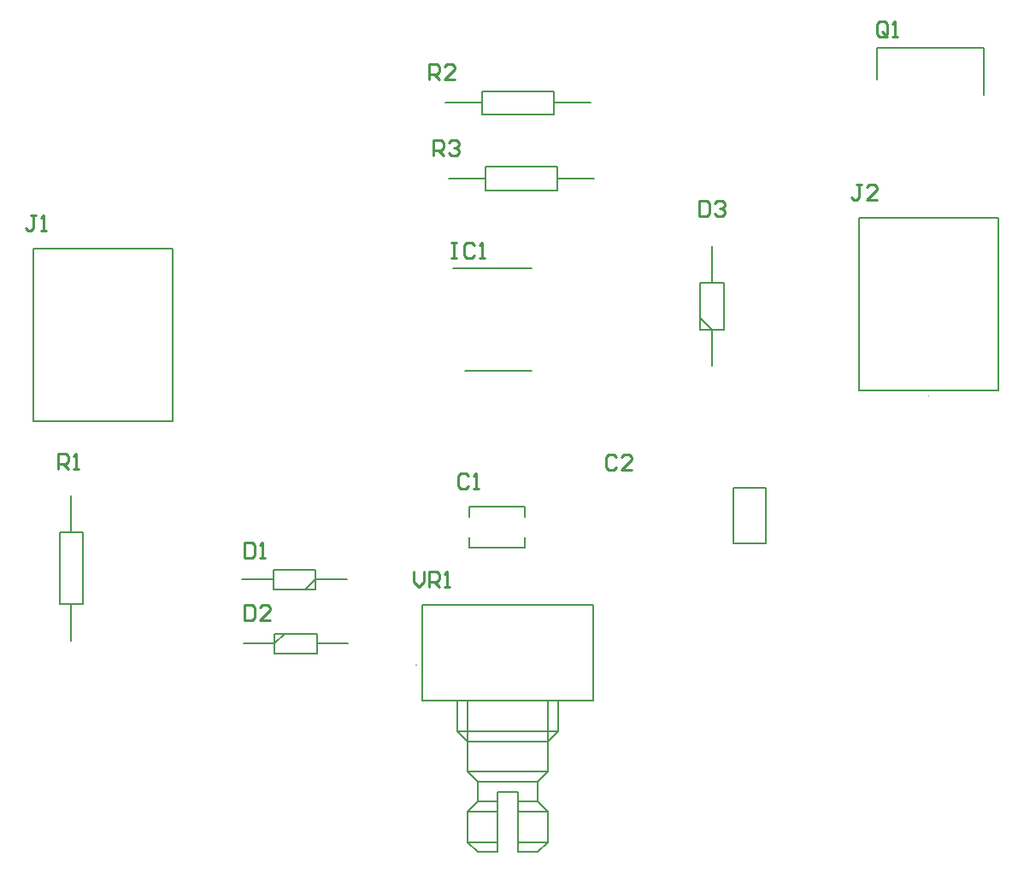
<source format=gto>
G04*
G04 #@! TF.GenerationSoftware,Altium Limited,Altium Designer,23.1.1 (15)*
G04*
G04 Layer_Color=65535*
%FSLAX44Y44*%
%MOMM*%
G71*
G04*
G04 #@! TF.SameCoordinates,D0F7A24C-D961-4E1D-B503-D57C0314947E*
G04*
G04*
G04 #@! TF.FilePolarity,Positive*
G04*
G01*
G75*
%ADD10C,0.1000*%
%ADD11C,0.2000*%
%ADD12C,0.2540*%
D10*
X-962660Y-222860D02*
G03*
X-962660Y-223860I0J-500D01*
G01*
D02*
G03*
X-962660Y-222860I0J500D01*
G01*
X-607370Y-505460D02*
G03*
X-608370Y-505460I-500J0D01*
G01*
D02*
G03*
X-607370Y-505460I500J0D01*
G01*
X-144780Y-375580D02*
G03*
X-144780Y-376580I0J-500D01*
G01*
D02*
G03*
X-144780Y-375580I0J500D01*
G01*
X-652140Y-642620D02*
G03*
X-653140Y-642620I-500J0D01*
G01*
D02*
G03*
X-652140Y-642620I500J0D01*
G01*
X-322580Y-460730D02*
G03*
X-322580Y-461730I0J-500D01*
G01*
D02*
G03*
X-322580Y-460730I0J500D01*
G01*
D11*
X-751120Y-621030D02*
X-720370D01*
X-823870D02*
X-793120D01*
X-783120Y-611030D01*
X-793120Y-631030D02*
Y-611030D01*
Y-631030D02*
X-751120D01*
Y-611030D01*
X-793120D02*
X-751120D01*
X-825140Y-557530D02*
X-794390D01*
X-752390D02*
X-721640D01*
X-762390Y-567530D02*
X-752390Y-557530D01*
Y-567530D02*
Y-547530D01*
X-794390D02*
X-752390D01*
X-794390Y-567530D02*
Y-547530D01*
Y-567530D02*
X-752390D01*
X-196210Y-62230D02*
Y-30280D01*
X-90810D01*
Y-77180D02*
Y-30280D01*
X-604170Y-350520D02*
X-538170D01*
X-616520Y-248920D02*
X-538170D01*
X-1031660Y-229510D02*
X-893660D01*
X-1031660Y-400410D02*
Y-229510D01*
Y-400410D02*
X-893660D01*
Y-229510D01*
X-544870Y-525460D02*
Y-515460D01*
X-599870Y-525460D02*
X-544870D01*
X-599870D02*
Y-515460D01*
X-544870Y-495460D02*
Y-485460D01*
X-599870D02*
X-544870D01*
X-599870Y-495460D02*
Y-485460D01*
X-516730Y-85090D02*
X-480230D01*
X-624230D02*
X-587730D01*
Y-96590D02*
Y-73590D01*
Y-96590D02*
X-516730D01*
Y-73590D01*
X-587730D02*
X-516730D01*
X-213780Y-369930D02*
Y-199030D01*
X-75780D01*
Y-369930D02*
Y-199030D01*
X-213780Y-369930D02*
X-75780D01*
X-552140Y-787620D02*
X-522140D01*
X-552140Y-817620D02*
X-522140D01*
X-602140D02*
X-572140D01*
X-602140Y-787620D02*
X-572140D01*
X-552140Y-777620D02*
X-532140D01*
X-592140D02*
X-572140D01*
X-532140D02*
Y-757620D01*
Y-777620D02*
X-522140Y-787620D01*
Y-817620D02*
Y-787620D01*
X-532140Y-827620D02*
X-522140Y-817620D01*
X-552140Y-827620D02*
X-532140D01*
X-552140D02*
Y-767620D01*
X-572140D02*
X-552140D01*
X-572140Y-827620D02*
Y-767620D01*
X-592140Y-827620D02*
X-572140D01*
X-602140Y-817620D02*
X-592140Y-827620D01*
X-602140Y-817620D02*
Y-787620D01*
X-592140Y-777620D01*
Y-757620D01*
X-602140Y-747620D02*
X-522140D01*
X-612140Y-707620D02*
X-512140D01*
X-522140Y-747620D02*
Y-677620D01*
X-532140Y-757620D02*
X-522140Y-747620D01*
X-592140Y-757620D02*
X-532140D01*
X-602140Y-747620D02*
X-592140Y-757620D01*
X-602140Y-747620D02*
Y-677620D01*
X-512140Y-707620D02*
Y-677620D01*
X-522140Y-717620D02*
X-512140Y-707620D01*
X-602140Y-717620D02*
X-522140D01*
X-612140Y-707620D02*
X-602140Y-717620D01*
X-612140Y-707620D02*
Y-677620D01*
X-647140D02*
Y-582620D01*
X-477140D01*
Y-677620D02*
Y-582620D01*
X-647140Y-677620D02*
X-477140D01*
X-982910Y-581380D02*
Y-510380D01*
X-1005910Y-581380D02*
X-982910D01*
X-1005910D02*
Y-510380D01*
X-982910D01*
X-994410D02*
Y-473880D01*
Y-617880D02*
Y-581380D01*
X-306830Y-521730D02*
Y-466730D01*
X-338330Y-521730D02*
X-306830D01*
X-338330D02*
Y-466730D01*
X-306830D01*
X-371210Y-309550D02*
Y-263190D01*
X-347610D01*
Y-309550D02*
Y-263190D01*
X-371210Y-309550D02*
X-347610D01*
X-371210Y-297750D02*
X-359410Y-309550D01*
Y-345490D02*
Y-309550D01*
Y-263190D02*
Y-227250D01*
X-583920Y-148520D02*
X-512920D01*
Y-171520D02*
Y-148520D01*
X-583920Y-171520D02*
X-512920D01*
X-583920D02*
Y-148520D01*
X-620420Y-160020D02*
X-583920D01*
X-512920D02*
X-476420D01*
D12*
X-822956Y-582933D02*
Y-598167D01*
X-815338D01*
X-812799Y-595628D01*
Y-585472D01*
X-815338Y-582933D01*
X-822956D01*
X-797564Y-598167D02*
X-807721D01*
X-797564Y-588011D01*
Y-585472D01*
X-800103Y-582933D01*
X-805182D01*
X-807721Y-585472D01*
X-822957Y-520703D02*
Y-535938D01*
X-815339D01*
X-812800Y-533398D01*
Y-523242D01*
X-815339Y-520703D01*
X-822957D01*
X-807722Y-535938D02*
X-802643D01*
X-805182D01*
Y-520703D01*
X-807722Y-523242D01*
X-186185Y-17273D02*
Y-7116D01*
X-188724Y-4577D01*
X-193803D01*
X-196342Y-7116D01*
Y-17273D01*
X-193803Y-19812D01*
X-188724D01*
X-191264Y-14734D02*
X-186185Y-19812D01*
X-188724D02*
X-186185Y-17273D01*
X-181107Y-19812D02*
X-176029D01*
X-178568D01*
Y-4577D01*
X-181107Y-7116D01*
X-618236Y-223271D02*
X-613158D01*
X-615697D01*
Y-238506D01*
X-618236D01*
X-613158D01*
X-595383Y-225810D02*
X-597923Y-223271D01*
X-603001D01*
X-605540Y-225810D01*
Y-235967D01*
X-603001Y-238506D01*
X-597923D01*
X-595383Y-235967D01*
X-590305Y-238506D02*
X-585227D01*
X-587766D01*
Y-223271D01*
X-590305Y-225810D01*
X-1029465Y-196093D02*
X-1034544D01*
X-1032004D01*
Y-208789D01*
X-1034544Y-211328D01*
X-1037083D01*
X-1039622Y-208789D01*
X-1024387Y-211328D02*
X-1019309D01*
X-1021848D01*
Y-196093D01*
X-1024387Y-198632D01*
X-601221Y-454664D02*
X-603760Y-452125D01*
X-608839D01*
X-611378Y-454664D01*
Y-464821D01*
X-608839Y-467360D01*
X-603760D01*
X-601221Y-464821D01*
X-596143Y-467360D02*
X-591065D01*
X-593604D01*
Y-452125D01*
X-596143Y-454664D01*
X-639826Y-62230D02*
Y-46995D01*
X-632209D01*
X-629669Y-49534D01*
Y-54612D01*
X-632209Y-57152D01*
X-639826D01*
X-634748D02*
X-629669Y-62230D01*
X-614434D02*
X-624591D01*
X-614434Y-52073D01*
Y-49534D01*
X-616973Y-46995D01*
X-622052D01*
X-624591Y-49534D01*
X-655066Y-549153D02*
Y-559310D01*
X-649988Y-564388D01*
X-644909Y-559310D01*
Y-549153D01*
X-639831Y-564388D02*
Y-549153D01*
X-632213D01*
X-629674Y-551692D01*
Y-556771D01*
X-632213Y-559310D01*
X-639831D01*
X-634753D02*
X-629674Y-564388D01*
X-624596D02*
X-619518D01*
X-622057D01*
Y-549153D01*
X-624596Y-551692D01*
X-636016Y-137160D02*
Y-121925D01*
X-628399D01*
X-625859Y-124464D01*
Y-129543D01*
X-628399Y-132082D01*
X-636016D01*
X-630938D02*
X-625859Y-137160D01*
X-620781Y-124464D02*
X-618242Y-121925D01*
X-613163D01*
X-610624Y-124464D01*
Y-127003D01*
X-613163Y-129543D01*
X-615703D01*
X-613163D01*
X-610624Y-132082D01*
Y-134621D01*
X-613163Y-137160D01*
X-618242D01*
X-620781Y-134621D01*
X-1007110Y-448056D02*
Y-432821D01*
X-999492D01*
X-996953Y-435360D01*
Y-440438D01*
X-999492Y-442978D01*
X-1007110D01*
X-1002032D02*
X-996953Y-448056D01*
X-991875D02*
X-986797D01*
X-989336D01*
Y-432821D01*
X-991875Y-435360D01*
X-211585Y-165613D02*
X-216664D01*
X-214125D01*
Y-178309D01*
X-216664Y-180848D01*
X-219203D01*
X-221742Y-178309D01*
X-196350Y-180848D02*
X-206507D01*
X-196350Y-170691D01*
Y-168152D01*
X-198889Y-165613D01*
X-203968D01*
X-206507Y-168152D01*
X-372364Y-182377D02*
Y-197612D01*
X-364747D01*
X-362207Y-195073D01*
Y-184916D01*
X-364747Y-182377D01*
X-372364D01*
X-357129Y-184916D02*
X-354590Y-182377D01*
X-349511D01*
X-346972Y-184916D01*
Y-187455D01*
X-349511Y-189995D01*
X-352051D01*
X-349511D01*
X-346972Y-192534D01*
Y-195073D01*
X-349511Y-197612D01*
X-354590D01*
X-357129Y-195073D01*
X-454917Y-435868D02*
X-457457Y-433329D01*
X-462535D01*
X-465074Y-435868D01*
Y-446025D01*
X-462535Y-448564D01*
X-457457D01*
X-454917Y-446025D01*
X-439682Y-448564D02*
X-449839D01*
X-439682Y-438407D01*
Y-435868D01*
X-442221Y-433329D01*
X-447300D01*
X-449839Y-435868D01*
M02*

</source>
